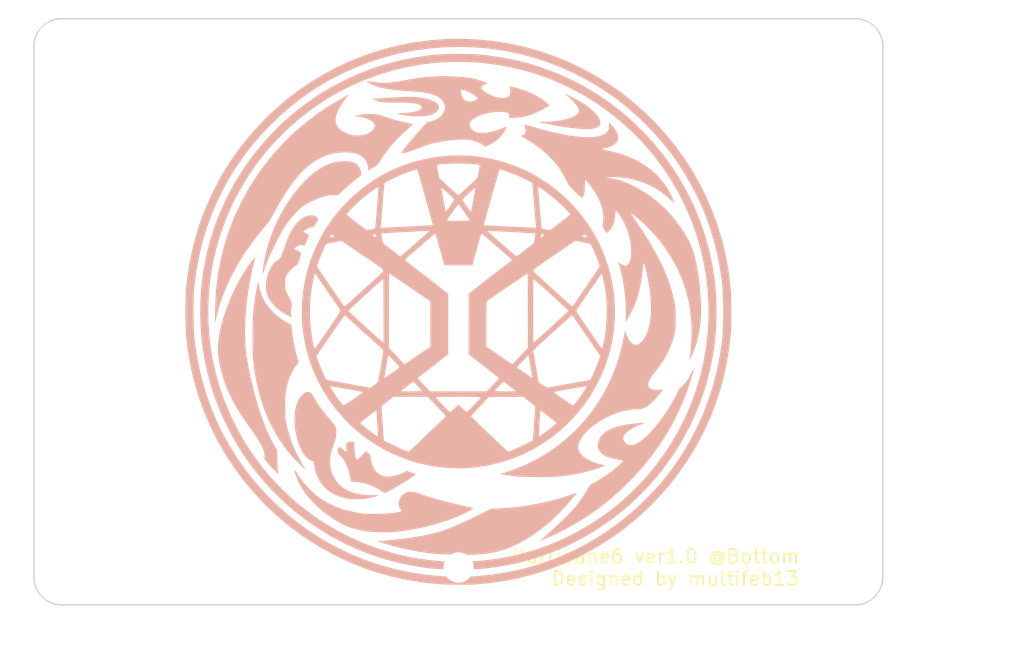
<source format=kicad_pcb>
(kicad_pcb (version 20211014) (generator pcbnew)
  (layers (0 "F.Cu" signal) (31 "B.Cu" signal) (34 "B.Paste" user) (35 "F.Paste" user) (36 "B.SilkS" user "B.Silkscreen") (37 "F.SilkS" user "F.Silkscreen") (38 "B.Mask" user) (39 "F.Mask" user) (44 "Edge.Cuts" user))
  (net 0 "")
  (footprint "kbd_Hole:m2_Screw_Hole" (layer "F.Cu") (at 213.8125 107.042893)
    (fp_text reference "H6")
    (fp_text value "MountingHole")
    (pad "" np_thru_hole circle locked (at 0 0) (size 2.2 2.2) (drill 2.2) (layers *.Cu *.Mask))
  )
  (footprint "kbd_Hole:m2_Screw_Hole" (layer "F.Cu") (at 157.6625 88.492893)
    (fp_text reference "H1")
    (fp_text value "MountingHole")
    (pad "" np_thru_hole circle locked (at 0 0) (size 2.2 2.2) (drill 2.2) (layers *.Cu *.Mask))
  )
  (footprint "kbd_Hole:m2_Screw_Hole" (layer "F.Cu") (at 157.6625 107.042893)
    (fp_text reference "H2")
    (fp_text value "MountingHole" hide)
    (pad "" np_thru_hole circle locked (at 0 0) (size 2.2 2.2) (drill 2.2) (layers *.Cu *.Mask))
  )
  (footprint "kbd_Hole:m2_Screw_Hole" (layer "F.Cu") (at 185.7375 125.592893)
    (fp_text reference "H4" hide)
    (fp_text value "MountingHole" hide)
    (pad "" np_thru_hole circle locked (at 0 0) (size 2.2 2.2) (drill 2.2) (layers *.Cu *.Mask))
  )
  (footprint "kbd_Hole:m2_Screw_Hole" (layer "F.Cu") (at 157.6625 125.592893)
    (fp_text reference "H3")
    (fp_text value "MountingHole")
    (pad "" np_thru_hole circle locked (at 0 0) (size 2.2 2.2) (drill 2.2) (layers *.Cu *.Mask))
  )
  (footprint "kbd_Hole:m2_Screw_Hole" (layer "F.Cu") (at 213.8125 88.492893)
    (fp_text reference "H5")
    (fp_text value "MountingHole")
    (pad "" np_thru_hole circle locked (at 0 0) (size 2.2 2.2) (drill 2.2) (layers *.Cu *.Mask))
  )
  (footprint "kbd_Hole:m2_Screw_Hole" (layer "F.Cu") (at 213.8125 125.592893)
    (fp_text reference "H7")
    (fp_text value "MountingHole")
    (pad "" np_thru_hole circle locked (at 0 0) (size 2.2 2.2) (drill 2.2) (layers *.Cu *.Mask))
  )
  (footprint "Silk_Wizard_logos:silk_wizard_logo_40x40" (layer "B.Cu") (at 185.724485 107.053203 180)
    (fp_text reference "G***" hide)
    (fp_text value "LOGO" hide)
  )
  (gr_arc (start 214.475 85.8) (mid 215.889214 86.385786) (end 216.475 87.8) (layer "Edge.Cuts") (width 0.1))
  (gr_arc (start 216.475 126.299986) (mid 215.889216 127.714202) (end 214.475 128.299986) (layer "Edge.Cuts") (width 0.1))
  (gr_line (start 216.475 126.299986) (end 216.475 87.8) (layer "Edge.Cuts") (width 0.1))
  (gr_arc (start 154.975 87.8) (mid 155.560786 86.385786) (end 156.975 85.8) (layer "Edge.Cuts") (width 0.1))
  (gr_line (start 154.975 87.8) (end 154.975 126.299986) (layer "Edge.Cuts") (width 0.1))
  (gr_line (start 156.975 128.299986) (end 214.475 128.299986) (layer "Edge.Cuts") (width 0.1))
  (gr_line (start 214.475 85.8) (end 156.975 85.8) (layer "Edge.Cuts") (width 0.1))
  (gr_arc (start 156.975 128.299986) (mid 155.560784 127.714202) (end 154.975 126.299986) (layer "Edge.Cuts") (width 0.1))
  (gr_text "Hurricane6 ver1.0 @Bottom\nDesigned by multifeb13" (at 210.5 125.592893) (layer "F.SilkS") (effects (font (size 1 1) (thickness 0.125)) (justify right)))
)
</source>
